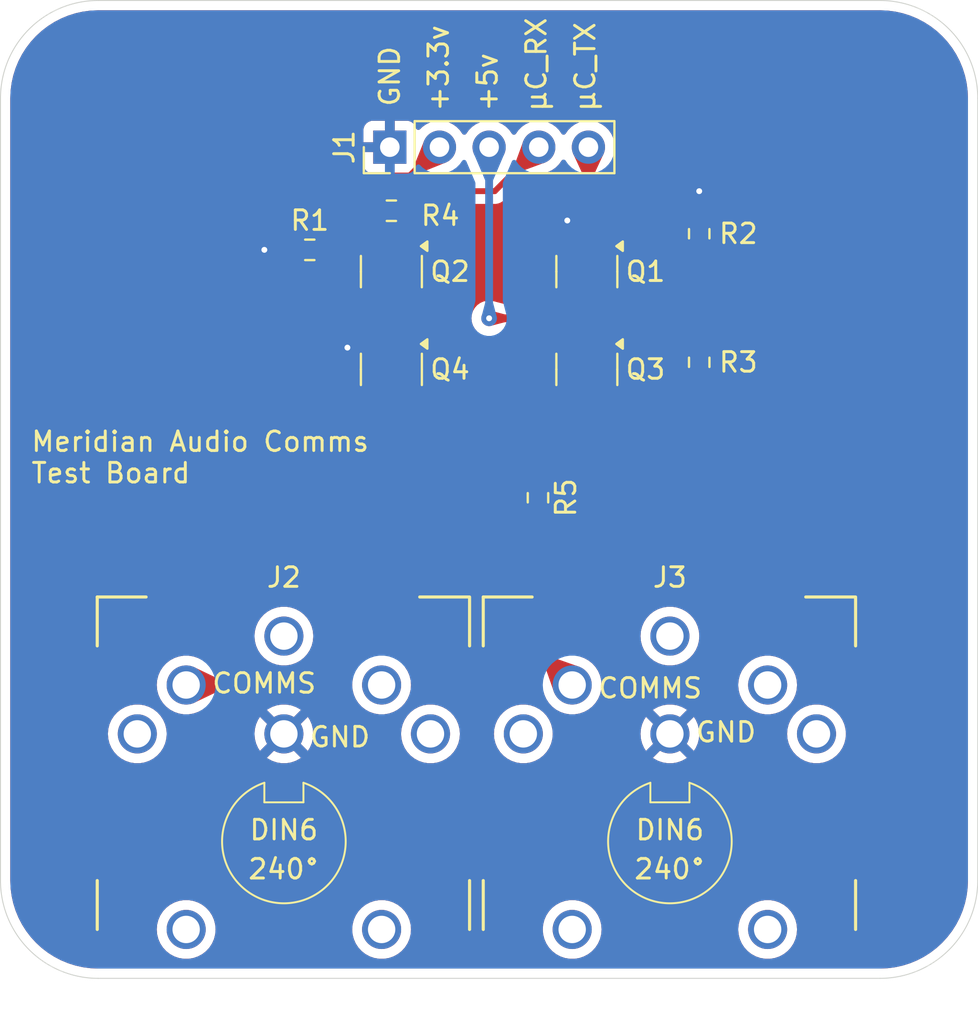
<source format=kicad_pcb>
(kicad_pcb (version 20240108) (generator "pcbnew") (generator_version "8.0")
  (layers (0 "F.Cu" signal) (31 "B.Cu" signal) (34 "B.Paste" user) (35 "F.Paste" user) (36 "B.SilkS" user "B.Silkscreen") (37 "F.SilkS" user "F.Silkscreen") (38 "B.Mask" user) (39 "F.Mask" user) (44 "Edge.Cuts" user))
  (net 0 "")
  (net 1 "/Comms Interface/MCU_TX")
  (net 2 "/Comms Interface/MCU_RX")
  (net 3 "+5V")
  (net 4 "+3.3V")
  (net 5 "GND")
  (net 10 "/Comms Interface/COMMS_EXT")
  (net 15 "/Comms Interface/MCU_TX_PU")
  (net 16 "/Comms Interface/MCU_RX_PU")
  (net 17 "/Comms Interface/COMMS")
  (footprint "Resistor_SMD:R_0603_1608Metric" (layer "F.Cu") (at 185.75 61.925 90)
    (property "Reference" "R2" (at 0 2 180) (layer "F.SilkS"))
    (property "Value" "100K" (hide yes))
    (fp_line (start -0.237258 -0.5225) (end 0.237258 -0.5225) (stroke (width 0.12)) (layer "F.SilkS"))
    (fp_line (start -0.237258 0.5225) (end 0.237258 0.5225) (stroke (width 0.12)) (layer "F.SilkS"))
    (pad "1" smd roundrect (at -0.825 0 90) (size 0.8 0.95) (layers "F.Cu" "F.Paste" "F.Mask") (net 1 "/Comms Interface/MCU_TX"))
    (pad "2" smd roundrect (at 0.825 0 90) (size 0.8 0.95) (layers "F.Cu" "F.Paste" "F.Mask") (net 5 "GND"))
  )
  (footprint "Lumberg-DIN:DIN-45322-010599-06" (layer "F.Cu") (at 184.25 100)
    (property "Reference" "J3" (at 0 -20.5 0) (layer "F.SilkS"))
    (property "Value" "DIN-6" (hide yes))
    (fp_line (start -9.55 -19.5) (end -9.55 -17) (stroke (width 0.16)) (layer "F.SilkS"))
    (fp_line (start -9.55 -19.5) (end -7.05 -19.5) (stroke (width 0.16)) (layer "F.SilkS"))
    (fp_line (start -9.55 -5) (end -9.55 -2.5) (stroke (width 0.16)) (layer "F.SilkS"))
    (fp_line (start -1 -10) (end -1 -9) (stroke (width 0.1)) (layer "F.SilkS"))
    (fp_line (start -1 -9) (end 1 -9) (stroke (width 0.1)) (layer "F.SilkS"))
    (fp_line (start 1 -9) (end 1 -10) (stroke (width 0.1)) (layer "F.SilkS"))
    (fp_line (start 6.95 -19.5) (end 9.45 -19.5) (stroke (width 0.16)) (layer "F.SilkS"))
    (fp_line (start 9.5 -19.5) (end 9.5 -17) (stroke (width 0.16)) (layer "F.SilkS"))
    (fp_line (start 9.5 -5) (end 9.5 -2.5) (stroke (width 0.16)) (layer "F.SilkS"))
    (fp_arc (start 1 -9.999999) (mid 0 -3.837723) (end -1 -9.999999) (stroke (width 0.1)) (layer "F.SilkS"))
    (fp_text user "DIN6" (at 0 -7 0) (layer "F.SilkS") (effects (justify bottom)))
    (fp_text user "240°" (at 0 -5 0) (layer "F.SilkS") (effects (justify bottom)))
    (pad "1" thru_hole circle (at 7.5 -12.5) (size 2 2) (drill 1.4) (layers "*.Cu" "*.Mask"))
    (pad "2" thru_hole circle (at 5 -15) (size 2 2) (drill 1.4) (layers "*.Cu" "*.Mask"))
    (pad "3" thru_hole circle (at 0 -12.5) (size 2 2) (drill 1.4) (layers "*.Cu" "*.Mask") (net 5 "GND"))
    (pad "4" thru_hole circle (at -5 -15) (size 2 2) (drill 1.4) (layers "*.Cu" "*.Mask") (net 10 "/Comms Interface/COMMS_EXT"))
    (pad "5" thru_hole circle (at -7.5 -12.5) (size 2 2) (drill 1.4) (layers "*.Cu" "*.Mask"))
    (pad "6" thru_hole circle (at 0 -17.5) (size 2 2) (drill 1.4) (layers "*.Cu" "*.Mask"))
    (pad "S" thru_hole circle (at -5 -2.5) (size 2 2) (drill 1.4) (layers "*.Cu" "*.Mask"))
    (pad "S" thru_hole circle (at 5 -2.5) (size 2 2) (drill 1.4) (layers "*.Cu" "*.Mask"))
  )
  (footprint "Package_TO_SOT_SMD:SOT-23-3" (layer "F.Cu") (at 170 68.8625 -90)
    (property "Reference" "Q4" (at 0 -3 180) (layer "F.SilkS"))
    (property "Value" "AO3400A" (hide yes))
    (fp_line (start 0 1.56) (end -0.8 1.56) (stroke (width 0.12)) (layer "F.SilkS"))
    (fp_line (start 0 1.56) (end 0.8 1.56) (stroke (width 0.12)) (layer "F.SilkS"))
    (fp_line (start 0 -1.56) (end -0.8 -1.56) (stroke (width 0.12)) (layer "F.SilkS"))
    (fp_line (start 0 -1.56) (end 0.8 -1.56) (stroke (width 0.12)) (layer "F.SilkS"))
    (fp_poly (pts (xy -1.3 -1.51) (xy -1.54 -1.84) (xy -1.06 -1.84) (xy -1.3 -1.51)) (stroke (width 0.12)) (fill solid) (layer "F.SilkS"))
    (pad "1" smd roundrect (at -1.1375 -0.95 270) (size 1.325 0.6) (layers "F.Cu" "F.Paste" "F.Mask") (net 17 "/Comms Interface/COMMS"))
    (pad "2" smd roundrect (at -1.1375 0.95 270) (size 1.325 0.6) (layers "F.Cu" "F.Paste" "F.Mask") (net 5 "GND"))
    (pad "3" smd roundrect (at 1.1375 0 270) (size 1.325 0.6) (layers "F.Cu" "F.Paste" "F.Mask") (net 16 "/Comms Interface/MCU_RX_PU"))
  )
  (footprint "Resistor_SMD:R_0603_1608Metric" (layer "F.Cu") (at 165.825 62.75 180)
    (property "Reference" "R1" (at 0 1.5 0) (layer "F.SilkS"))
    (property "Value" "100K" (hide yes))
    (fp_line (start -0.237258 0.5225) (end 0.237258 0.5225) (stroke (width 0.12)) (layer "F.SilkS"))
    (fp_line (start -0.237258 -0.5225) (end 0.237258 -0.5225) (stroke (width 0.12)) (layer "F.SilkS"))
    (pad "1" smd roundrect (at -0.825 0 180) (size 0.8 0.95) (layers "F.Cu" "F.Paste" "F.Mask") (net 2 "/Comms Interface/MCU_RX"))
    (pad "2" smd roundrect (at 0.825 0 180) (size 0.8 0.95) (layers "F.Cu" "F.Paste" "F.Mask") (net 5 "GND"))
  )
  (footprint "Resistor_SMD:R_0603_1608Metric" (layer "F.Cu") (at 185.75 68.5 90)
    (property "Reference" "R3" (at 0 2 180) (layer "F.SilkS"))
    (property "Value" "100K" (hide yes))
    (fp_line (start -0.237258 -0.5225) (end 0.237258 -0.5225) (stroke (width 0.12)) (layer "F.SilkS"))
    (fp_line (start -0.237258 0.5225) (end 0.237258 0.5225) (stroke (width 0.12)) (layer "F.SilkS"))
    (pad "1" smd roundrect (at -0.825 0 90) (size 0.8 0.95) (layers "F.Cu" "F.Paste" "F.Mask") (net 3 "+5V"))
    (pad "2" smd roundrect (at 0.825 0 90) (size 0.8 0.95) (layers "F.Cu" "F.Paste" "F.Mask") (net 15 "/Comms Interface/MCU_TX_PU"))
  )
  (footprint "Lumberg-DIN:DIN-45322-010599-06" (layer "F.Cu") (at 164.5 100)
    (property "Reference" "J2" (at 0 -20.5 0) (layer "F.SilkS"))
    (property "Value" "DIN-6" (hide yes))
    (fp_line (start -9.55 -19.5) (end -9.55 -17) (stroke (width 0.16)) (layer "F.SilkS"))
    (fp_line (start -9.55 -19.5) (end -7.05 -19.5) (stroke (width 0.16)) (layer "F.SilkS"))
    (fp_line (start -9.55 -5) (end -9.55 -2.5) (stroke (width 0.16)) (layer "F.SilkS"))
    (fp_line (start -1 -10) (end -1 -9) (stroke (width 0.1)) (layer "F.SilkS"))
    (fp_line (start -1 -9) (end 1 -9) (stroke (width 0.1)) (layer "F.SilkS"))
    (fp_line (start 1 -9) (end 1 -10) (stroke (width 0.1)) (layer "F.SilkS"))
    (fp_line (start 6.95 -19.5) (end 9.45 -19.5) (stroke (width 0.16)) (layer "F.SilkS"))
    (fp_line (start 9.5 -19.5) (end 9.5 -17) (stroke (width 0.16)) (layer "F.SilkS"))
    (fp_line (start 9.5 -5) (end 9.5 -2.5) (stroke (width 0.16)) (layer "F.SilkS"))
    (fp_arc (start 1 -9.999999) (mid 0 -3.837723) (end -1 -9.999999) (stroke (width 0.1)) (layer "F.SilkS"))
    (fp_text user "DIN6" (at 0 -7 0) (layer "F.SilkS") (effects (justify bottom)))
    (fp_text user "240°" (at 0 -5 0) (layer "F.SilkS") (effects (justify bottom)))
    (pad "1" thru_hole circle (at 7.5 -12.5) (size 2 2) (drill 1.4) (layers "*.Cu" "*.Mask"))
    (pad "2" thru_hole circle (at 5 -15) (size 2 2) (drill 1.4) (layers "*.Cu" "*.Mask"))
    (pad "3" thru_hole circle (at 0 -12.5) (size 2 2) (drill 1.4) (layers "*.Cu" "*.Mask") (net 5 "GND"))
    (pad "4" thru_hole circle (at -5 -15) (size 2 2) (drill 1.4) (layers "*.Cu" "*.Mask") (net 10 "/Comms Interface/COMMS_EXT"))
    (pad "5" thru_hole circle (at -7.5 -12.5) (size 2 2) (drill 1.4) (layers "*.Cu" "*.Mask"))
    (pad "6" thru_hole circle (at 0 -17.5) (size 2 2) (drill 1.4) (layers "*.Cu" "*.Mask"))
    (pad "S" thru_hole circle (at -5 -2.5) (size 2 2) (drill 1.4) (layers "*.Cu" "*.Mask"))
    (pad "S" thru_hole circle (at 5 -2.5) (size 2 2) (drill 1.4) (layers "*.Cu" "*.Mask"))
  )
  (footprint "Package_TO_SOT_SMD:SOT-23-3" (layer "F.Cu") (at 180 68.8625 -90)
    (property "Reference" "Q3" (at 0 -3 180) (layer "F.SilkS"))
    (property "Value" "AO3401A" (hide yes))
    (fp_line (start 0 1.56) (end -0.8 1.56) (stroke (width 0.12)) (layer "F.SilkS"))
    (fp_line (start 0 1.56) (end 0.8 1.56) (stroke (width 0.12)) (layer "F.SilkS"))
    (fp_line (start 0 -1.56) (end -0.8 -1.56) (stroke (width 0.12)) (layer "F.SilkS"))
    (fp_line (start 0 -1.56) (end 0.8 -1.56) (stroke (width 0.12)) (layer "F.SilkS"))
    (fp_poly (pts (xy -1.3 -1.51) (xy -1.54 -1.84) (xy -1.06 -1.84) (xy -1.3 -1.51)) (stroke (width 0.12)) (fill solid) (layer "F.SilkS"))
    (pad "1" smd roundrect (at -1.1375 -0.95 270) (size 1.325 0.6) (layers "F.Cu" "F.Paste" "F.Mask") (net 15 "/Comms Interface/MCU_TX_PU"))
    (pad "2" smd roundrect (at -1.1375 0.95 270) (size 1.325 0.6) (layers "F.Cu" "F.Paste" "F.Mask") (net 3 "+5V"))
    (pad "3" smd roundrect (at 1.1375 0 270) (size 1.325 0.6) (layers "F.Cu" "F.Paste" "F.Mask") (net 17 "/Comms Interface/COMMS"))
  )
  (footprint "Resistor_SMD:R_0603_1608Metric" (layer "F.Cu") (at 177.5 75.425 -90)
    (property "Reference" "R5" (at 0 -1.43 90) (layer "F.SilkS"))
    (property "Value" "100R" (hide yes))
    (fp_line (start -0.237258 0.5225) (end 0.237258 0.5225) (stroke (width 0.12)) (layer "F.SilkS"))
    (fp_line (start -0.237258 -0.5225) (end 0.237258 -0.5225) (stroke (width 0.12)) (layer "F.SilkS"))
    (pad "1" smd roundrect (at -0.825 0 270) (size 0.8 0.95) (layers "F.Cu" "F.Paste" "F.Mask") (net 17 "/Comms Interface/COMMS"))
    (pad "2" smd roundrect (at 0.825 0 270) (size 0.8 0.95) (layers "F.Cu" "F.Paste" "F.Mask") (net 10 "/Comms Interface/COMMS_EXT"))
  )
  (footprint "Package_TO_SOT_SMD:SOT-23-3" (layer "F.Cu") (at 180 63.8625 -90)
    (property "Reference" "Q1" (at 0 -3 180) (layer "F.SilkS"))
    (property "Value" "AO3400A" (hide yes))
    (fp_line (start 0 1.56) (end -0.8 1.56) (stroke (width 0.12)) (layer "F.SilkS"))
    (fp_line (start 0 1.56) (end 0.8 1.56) (stroke (width 0.12)) (layer "F.SilkS"))
    (fp_line (start 0 -1.56) (end -0.8 -1.56) (stroke (width 0.12)) (layer "F.SilkS"))
    (fp_line (start 0 -1.56) (end 0.8 -1.56) (stroke (width 0.12)) (layer "F.SilkS"))
    (fp_poly (pts (xy -1.3 -1.51) (xy -1.54 -1.84) (xy -1.06 -1.84) (xy -1.3 -1.51)) (stroke (width 0.12)) (fill solid) (layer "F.SilkS"))
    (pad "1" smd roundrect (at -1.1375 -0.95 270) (size 1.325 0.6) (layers "F.Cu" "F.Paste" "F.Mask") (net 1 "/Comms Interface/MCU_TX"))
    (pad "2" smd roundrect (at -1.1375 0.95 270) (size 1.325 0.6) (layers "F.Cu" "F.Paste" "F.Mask") (net 5 "GND"))
    (pad "3" smd roundrect (at 1.1375 0 270) (size 1.325 0.6) (layers "F.Cu" "F.Paste" "F.Mask") (net 15 "/Comms Interface/MCU_TX_PU"))
  )
  (footprint "Package_TO_SOT_SMD:SOT-23-3" (layer "F.Cu") (at 170 63.8625 -90)
    (property "Reference" "Q2" (at 0 -3 180) (layer "F.SilkS"))
    (property "Value" "AO3401A" (hide yes))
    (fp_line (start 0 1.56) (end -0.8 1.56) (stroke (width 0.12)) (layer "F.SilkS"))
    (fp_line (start 0 1.56) (end 0.8 1.56) (stroke (width 0.12)) (layer "F.SilkS"))
    (fp_line (start 0 -1.56) (end -0.8 -1.56) (stroke (width 0.12)) (layer "F.SilkS"))
    (fp_line (start 0 -1.56) (end 0.8 -1.56) (stroke (width 0.12)) (layer "F.SilkS"))
    (fp_poly (pts (xy -1.3 -1.51) (xy -1.54 -1.84) (xy -1.06 -1.84) (xy -1.3 -1.51)) (stroke (width 0.12)) (fill solid) (layer "F.SilkS"))
    (pad "1" smd roundrect (at -1.1375 -0.95 270) (size 1.325 0.6) (layers "F.Cu" "F.Paste" "F.Mask") (net 16 "/Comms Interface/MCU_RX_PU"))
    (pad "2" smd roundrect (at -1.1375 0.95 270) (size 1.325 0.6) (layers "F.Cu" "F.Paste" "F.Mask") (net 4 "+3.3V"))
    (pad "3" smd roundrect (at 1.1375 0 270) (size 1.325 0.6) (layers "F.Cu" "F.Paste" "F.Mask") (net 2 "/Comms Interface/MCU_RX"))
  )
  (footprint "Resistor_SMD:R_0603_1608Metric" (layer "F.Cu") (at 170 60.75)
    (property "Reference" "R4" (at 2.5 0.25 180) (layer "F.SilkS"))
    (property "Value" "100K" (hide yes))
    (fp_line (start -0.237258 -0.5225) (end 0.237258 -0.5225) (stroke (width 0.12)) (layer "F.SilkS"))
    (fp_line (start -0.237258 0.5225) (end 0.237258 0.5225) (stroke (width 0.12)) (layer "F.SilkS"))
    (pad "1" smd roundrect (at -0.825 0) (size 0.8 0.95) (layers "F.Cu" "F.Paste" "F.Mask") (net 4 "+3.3V"))
    (pad "2" smd roundrect (at 0.825 0) (size 0.8 0.95) (layers "F.Cu" "F.Paste" "F.Mask") (net 16 "/Comms Interface/MCU_RX_PU"))
  )
  (footprint "Connector_PinHeader_2.54mm:PinHeader_1x05_P2.54mm_Vertical" (layer "F.Cu") (at 169.92 57.5 90)
    (property "Reference" "J1" (at 0 -2.33 90) (layer "F.SilkS"))
    (property "Value" "Conn_01x05_Pin" (hide yes))
    (fp_line (start -1.33 -1.33) (end 0 -1.33) (stroke (width 0.12)) (layer "F.SilkS"))
    (fp_line (start -1.33 0) (end -1.33 -1.33) (stroke (width 0.12)) (layer "F.SilkS"))
    (fp_line (start 1.33 1.27) (end 1.33 11.49) (stroke (width 0.12)) (layer "F.SilkS"))
    (fp_line (start -1.33 1.27) (end 1.33 1.27) (stroke (width 0.12)) (layer "F.SilkS"))
    (fp_line (start -1.33 1.27) (end -1.33 11.49) (stroke (width 0.12)) (layer "F.SilkS"))
    (fp_line (start -1.33 11.49) (end 1.33 11.49) (stroke (width 0.12)) (layer "F.SilkS"))
    (pad "1" thru_hole rect (at 0 0 90) (size 1.7 1.7) (drill 1) (layers "*.Cu" "*.Mask") (net 5 "GND"))
    (pad "2" thru_hole oval (at 0 2.54 90) (size 1.7 1.7) (drill 1) (layers "*.Cu" "*.Mask") (net 4 "+3.3V"))
    (pad "3" thru_hole oval (at 0 5.08 90) (size 1.7 1.7) (drill 1) (layers "*.Cu" "*.Mask") (net 3 "+5V"))
    (pad "4" thru_hole oval (at 0 7.62 90) (size 1.7 1.7) (drill 1) (layers "*.Cu" "*.Mask") (net 2 "/Comms Interface/MCU_RX"))
    (pad "5" thru_hole oval (at 0 10.16 90) (size 1.7 1.7) (drill 1) (layers "*.Cu" "*.Mask") (net 1 "/Comms Interface/MCU_TX"))
  )
  (gr_line (start 195 100) (end 155 100) (stroke (width 0.05)) (layer "Edge.Cuts"))
  (gr_arc (start 200 95) (mid 198.535534 98.535534) (end 195 100) (stroke (width 0.05)) (layer "Edge.Cuts"))
  (gr_line (start 155 50) (end 195 50) (stroke (width 0.05)) (layer "Edge.Cuts"))
  (gr_line (start 150 95) (end 150 55) (stroke (width 0.05)) (layer "Edge.Cuts"))
  (gr_line (start 200 55) (end 200 95) (stroke (width 0.05)) (layer "Edge.Cuts"))
  (gr_arc (start 150 55) (mid 151.464466 51.464466) (end 155 50) (stroke (width 0.05)) (layer "Edge.Cuts"))
  (gr_arc (start 195 50) (mid 198.535534 51.464466) (end 200 55) (stroke (width 0.05)) (layer "Edge.Cuts"))
  (gr_arc (start 155 100) (mid 151.464466 98.535534) (end 150 95) (stroke (width 0.05)) (layer "Edge.Cuts"))
  (gr_text "+5v" (at 175.5 55.75 90) (layer "F.SilkS") (effects (font (size 1 1)) (justify left bottom)))
  (gr_text "GND" (at 170.5 55.5 90) (layer "F.SilkS") (effects (font (size 1 1)) (justify left bottom)))
  (gr_text "Meridian Audio Comms\nTest Board" (at 151.5 74.75 0) (layer "F.SilkS") (effects (font (size 1 1)) (justify left bottom)))
  (gr_text "GND" (at 165.75 88.25 0) (layer "F.SilkS") (effects (font (size 1 1)) (justify left bottom)))
  (gr_text "COMMS" (at 160.75 85.5 0) (layer "F.SilkS") (effects (font (size 1 1)) (justify left bottom)))
  (gr_text "µC_TX" (at 180.5 55.75 90) (layer "F.SilkS") (effects (font (size 1 1)) (justify left bottom)))
  (gr_text "µC_RX" (at 178 55.75 90) (layer "F.SilkS") (effects (font (size 1 1)) (justify left bottom)))
  (gr_text "GND" (at 185.5 88 0) (layer "F.SilkS") (effects (font (size 1 1)) (justify left bottom)))
  (gr_text "+3.3v" (at 173 55.75 90) (layer "F.SilkS") (effects (font (size 1 1)) (justify left bottom)))
  (gr_text "COMMS" (at 180.5 85.75 0) (layer "F.SilkS") (effects (font (size 1 1)) (justify left bottom)))
  (segment (start 180.95 62.725) (end 185.725 62.725) (width 0.3) (layer "F.Cu") (net 1))
  (segment (start 185.725 62.725) (end 185.75 62.75) (width 0.3) (layer "F.Cu") (net 1))
  (segment (start 180.95 60.7) (end 180.95 62.725) (width 0.3) (layer "F.Cu") (net 1))
  (segment (start 180.08 59.83) (end 180.95 60.7) (width 0.3) (layer "F.Cu") (net 1))
  (segment (start 180.08 57.5) (end 180.08 59.83) (width 0.3) (layer "F.Cu") (net 1))
  (segment (start 166.675 62.725) (end 166.65 62.75) (width 0.3) (layer "F.Cu") (net 2))
  (segment (start 170 65) (end 169.5 65) (width 0.3) (layer "F.Cu") (net 2))
  (segment (start 177.54 57.5) (end 175.29 59.75) (width 0.3) (layer "F.Cu") (net 2))
  (segment (start 169.5 65) (end 167.25 62.75) (width 0.3) (layer "F.Cu") (net 2))
  (segment (start 170 59.75) (end 170 65) (width 0.3) (layer "F.Cu") (net 2))
  (segment (start 175.29 59.75) (end 170 59.75) (width 0.3) (layer "F.Cu") (net 2))
  (segment (start 167.25 62.75) (end 166.65 62.75) (width 0.3) (layer "F.Cu") (net 2))
  (segment (start 177.575 66.25) (end 175 66.25) (width 0.4) (layer "F.Cu") (net 3))
  (segment (start 179.05 67.725) (end 177.575 66.25) (width 0.4) (layer "F.Cu") (net 3))
  (segment (start 181.075 69.325) (end 179.475 67.725) (width 0.4) (layer "F.Cu") (net 3))
  (segment (start 185.75 69.325) (end 181.075 69.325) (width 0.4) (layer "F.Cu") (net 3))
  (segment (start 179.475 67.725) (end 179.05 67.725) (width 0.4) (layer "F.Cu") (net 3))
  (via (at 175 66.25) (size 0.8) (drill 0.3) (layers "F.Cu" "B.Cu") (net 3))
  (segment (start 175 66.25) (end 175 57.5) (width 0.4) (layer "B.Cu") (net 3))
  (segment (start 169.175 60.75) (end 169.21 60.75) (width 0.4) (layer "F.Cu") (net 4))
  (segment (start 169.25 59.5) (end 169.75 59) (width 0.4) (layer "F.Cu") (net 4))
  (segment (start 169.05 62.725) (end 169.05 60.875) (width 0.4) (layer "F.Cu") (net 4))
  (segment (start 169.05 60.875) (end 169.175 60.75) (width 0.4) (layer "F.Cu") (net 4))
  (segment (start 169.75 59) (end 170.96 59) (width 0.4) (layer "F.Cu") (net 4))
  (segment (start 170.96 59) (end 172.46 57.5) (width 0.4) (layer "F.Cu") (net 4))
  (segment (start 169.21 60.75) (end 169.25 60.71) (width 0.4) (layer "F.Cu") (net 4))
  (segment (start 169.25 60.71) (end 169.25 59.5) (width 0.4) (layer "F.Cu") (net 4))
  (segment (start 169.05 67.725) (end 167.775 67.725) (width 0.4) (layer "F.Cu") (net 5))
  (segment (start 185.75 61.1) (end 185.75 59.75) (width 0.4) (layer "F.Cu") (net 5))
  (segment (start 179.05 61.3) (end 179 61.25) (width 0.4) (layer "F.Cu") (net 5))
  (segment (start 179.05 62.725) (end 179.05 61.3) (width 0.4) (layer "F.Cu") (net 5))
  (segment (start 167.775 67.725) (end 167.75 67.75) (width 0.4) (layer "F.Cu") (net 5))
  (segment (start 165 62.75) (end 163.5 62.75) (width 0.4) (layer "F.Cu") (net 5))
  (via (at 179 61.25) (size 0.8) (drill 0.3) (layers "F.Cu" "B.Cu") (net 5))
  (via (at 185.75 59.75) (size 0.8) (drill 0.3) (layers "F.Cu" "B.Cu") (net 5))
  (via (at 167.75 67.75) (size 0.8) (drill 0.3) (layers "F.Cu" "B.Cu") (net 5))
  (via (at 163.5 62.75) (size 0.8) (drill 0.3) (layers "F.Cu" "B.Cu") (net 5))
  (segment (start 179.25 85) (end 179.25 84.75) (width 0.2) (layer "F.Cu") (net 10))
  (segment (start 168.25 83.25) (end 177.5 83.25) (width 0.3) (layer "F.Cu") (net 10))
  (segment (start 166.5 85) (end 168.25 83.25) (width 0.3) (layer "F.Cu") (net 10))
  (segment (start 159.5 85) (end 166.5 85) (width 0.3) (layer "F.Cu") (net 10))
  (segment (start 177.5 83.25) (end 179.25 85) (width 0.3) (layer "F.Cu") (net 10))
  (segment (start 177.5 76.25) (end 177.5 83.25) (width 0.3) (layer "F.Cu") (net 10))
  (segment (start 185.75 67.675) (end 181 67.675) (width 0.3) (layer "F.Cu") (net 15))
  (segment (start 181 67.675) (end 180.95 67.725) (width 0.3) (layer "F.Cu") (net 15))
  (segment (start 180.95 65.95) (end 180 65) (width 0.3) (layer "F.Cu") (net 15))
  (segment (start 180.95 67.725) (end 180.95 65.95) (width 0.3) (layer "F.Cu") (net 15))
  (segment (start 170.95 60.875) (end 170.825 60.75) (width 0.3) (layer "F.Cu") (net 16))
  (segment (start 170 66.75) (end 170.95 65.8) (width 0.3) (layer "F.Cu") (net 16))
  (segment (start 170.95 65.8) (end 170.95 62.725) (width 0.3) (layer "F.Cu") (net 16))
  (segment (start 170.95 62.725) (end 170.95 60.875) (width 0.3) (layer "F.Cu") (net 16))
  (segment (start 170 70) (end 170 66.75) (width 0.3) (layer "F.Cu") (net 16))
  (segment (start 176.725 67.725) (end 177.5 68.5) (width 0.3) (layer "F.Cu") (net 17))
  (segment (start 180 70) (end 178.5 70) (width 0.3) (layer "F.Cu") (net 17))
  (segment (start 177.5 71.75) (end 177.5 74.6) (width 0.3) (layer "F.Cu") (net 17))
  (segment (start 177.5 68.5) (end 177.5 71.75) (width 0.3) (layer "F.Cu") (net 17))
  (segment (start 177.5 71) (end 177.5 71.75) (width 0.3) (layer "F.Cu") (net 17))
  (segment (start 178.5 70) (end 177.5 71) (width 0.3) (layer "F.Cu") (net 17))
  (segment (start 170.95 67.725) (end 176.725 67.725) (width 0.3) (layer "F.Cu") (net 17))
  (zone (net 5) (net_name "GND") (layers "F&B.Cu") (connect_pads (clearance 0.5)) (min_thickness 0.25) (fill yes (thermal_gap 0.5) (thermal_bridge_width 0.5))
    (polygon (pts (xy 150 50) (xy 200 50) (xy 200 100) (xy 150 100)))
  )
)
</source>
